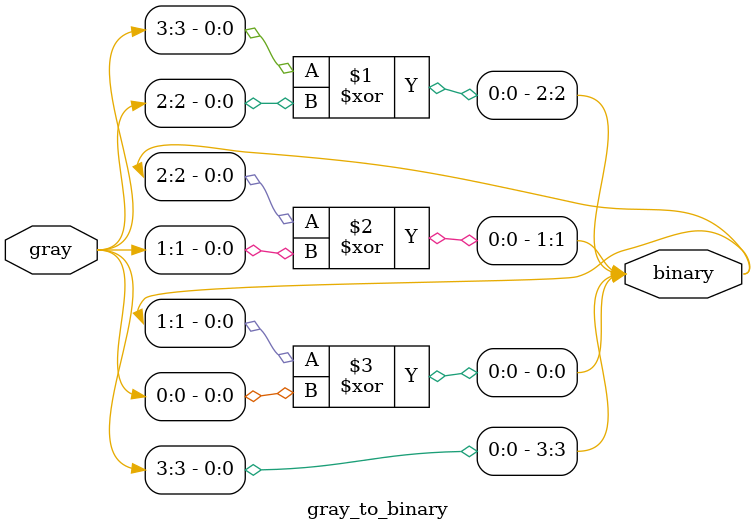
<source format=v>
`timescale 1ns/1ns

module gray_to_binary #(parameter WIDTH2 = 4)
( gray , binary);

input [WIDTH2-1:0] gray ;
output [WIDTH2-1:0] binary ;


assign binary[3] = gray [3];
assign binary[2] = binary[3]^gray[2];
assign binary[1] = binary[2]^gray[1];
assign binary[0] = binary[1]^gray[0] ;


endmodule

</source>
